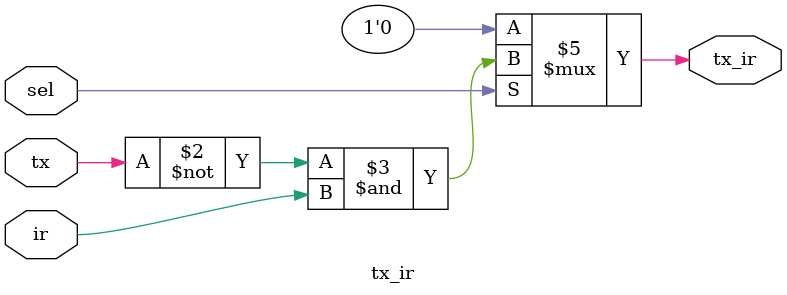
<source format=v>
module tx_ir(
	input wire tx, ir, sel,
	output reg tx_ir
);

		
	always @(tx, ir, sel)
		begin
			if (sel)
				tx_ir = ~tx & ir; 
			else
				tx_ir = 0; 
		end
	
endmodule

</source>
